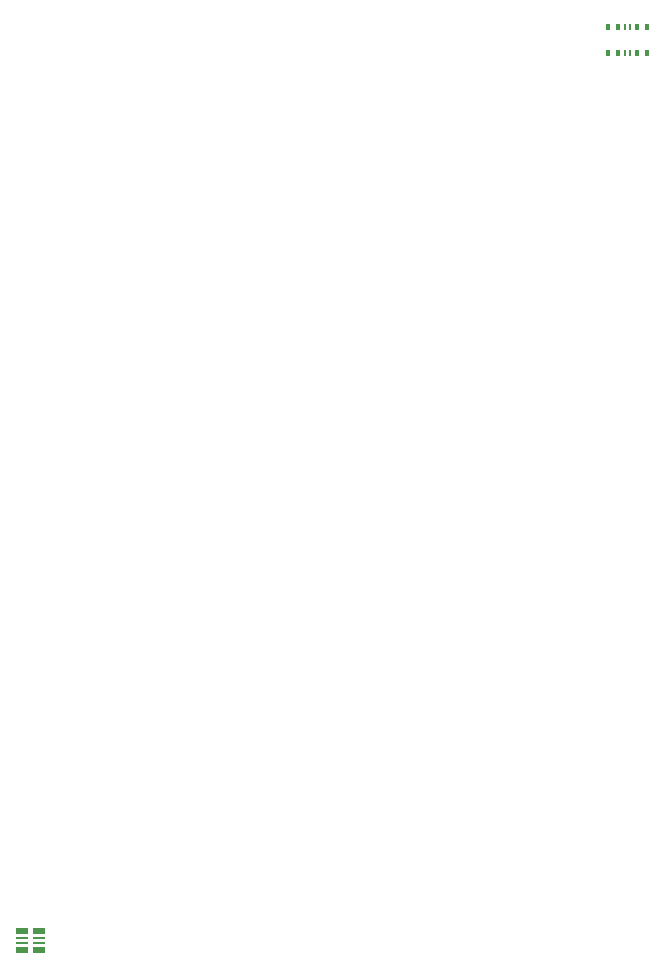
<source format=gtp>
%FSTAX23Y23*%
%MOIN*%
%SFA1B1*%

%IPPOS*%
%ADD11R,0.039400X0.023600*%
%ADD12R,0.039400X0.007900*%
%ADD13R,0.015700X0.023600*%
%ADD14R,0.007900X0.023600*%
%LNbattery_flex-1*%
%LPD*%
G54D11*
X-00809Y-01252D03*
Y-01315D03*
X-00868Y-01252D03*
Y-01315D03*
G54D12*
X-00809Y-01276D03*
Y-01291D03*
X-00868Y-01276D03*
Y-01291D03*
G54D13*
X0112Y01677D03*
X01087Y01763D03*
X0112D03*
X01183D03*
X01215D03*
Y01677D03*
X01087D03*
X01183D03*
G54D14*
X01143Y01763D03*
X01159D03*
Y01677D03*
X01143D03*
M02*
</source>
